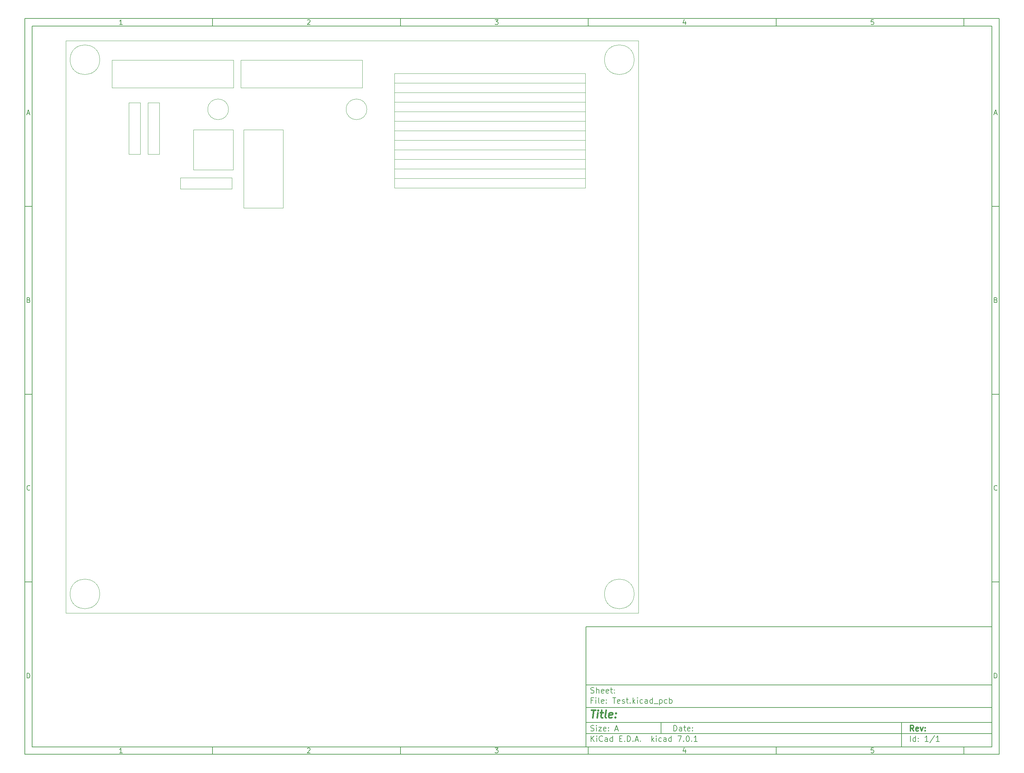
<source format=gbr>
%TF.GenerationSoftware,KiCad,Pcbnew,7.0.1*%
%TF.CreationDate,2023-03-26T09:27:21-05:00*%
%TF.ProjectId,Test,54657374-2e6b-4696-9361-645f70636258,rev?*%
%TF.SameCoordinates,Original*%
%TF.FileFunction,Other,User*%
%FSLAX46Y46*%
G04 Gerber Fmt 4.6, Leading zero omitted, Abs format (unit mm)*
G04 Created by KiCad (PCBNEW 7.0.1) date 2023-03-26 09:27:21*
%MOMM*%
%LPD*%
G01*
G04 APERTURE LIST*
%ADD10C,0.100000*%
%ADD11C,0.150000*%
%ADD12C,0.300000*%
%ADD13C,0.400000*%
%ADD14C,0.050000*%
%TA.AperFunction,Profile*%
%ADD15C,0.100000*%
%TD*%
G04 APERTURE END LIST*
D10*
D11*
X159400000Y-171900000D02*
X267400000Y-171900000D01*
X267400000Y-203900000D01*
X159400000Y-203900000D01*
X159400000Y-171900000D01*
D10*
D11*
X10000000Y-10000000D02*
X269400000Y-10000000D01*
X269400000Y-205900000D01*
X10000000Y-205900000D01*
X10000000Y-10000000D01*
D10*
D11*
X12000000Y-12000000D02*
X267400000Y-12000000D01*
X267400000Y-203900000D01*
X12000000Y-203900000D01*
X12000000Y-12000000D01*
D10*
D11*
X60000000Y-12000000D02*
X60000000Y-10000000D01*
D10*
D11*
X110000000Y-12000000D02*
X110000000Y-10000000D01*
D10*
D11*
X160000000Y-12000000D02*
X160000000Y-10000000D01*
D10*
D11*
X210000000Y-12000000D02*
X210000000Y-10000000D01*
D10*
D11*
X260000000Y-12000000D02*
X260000000Y-10000000D01*
D10*
D11*
X35990476Y-11601404D02*
X35247619Y-11601404D01*
X35619047Y-11601404D02*
X35619047Y-10301404D01*
X35619047Y-10301404D02*
X35495238Y-10487119D01*
X35495238Y-10487119D02*
X35371428Y-10610928D01*
X35371428Y-10610928D02*
X35247619Y-10672833D01*
D10*
D11*
X85247619Y-10425214D02*
X85309523Y-10363309D01*
X85309523Y-10363309D02*
X85433333Y-10301404D01*
X85433333Y-10301404D02*
X85742857Y-10301404D01*
X85742857Y-10301404D02*
X85866666Y-10363309D01*
X85866666Y-10363309D02*
X85928571Y-10425214D01*
X85928571Y-10425214D02*
X85990476Y-10549023D01*
X85990476Y-10549023D02*
X85990476Y-10672833D01*
X85990476Y-10672833D02*
X85928571Y-10858547D01*
X85928571Y-10858547D02*
X85185714Y-11601404D01*
X85185714Y-11601404D02*
X85990476Y-11601404D01*
D10*
D11*
X135185714Y-10301404D02*
X135990476Y-10301404D01*
X135990476Y-10301404D02*
X135557142Y-10796642D01*
X135557142Y-10796642D02*
X135742857Y-10796642D01*
X135742857Y-10796642D02*
X135866666Y-10858547D01*
X135866666Y-10858547D02*
X135928571Y-10920452D01*
X135928571Y-10920452D02*
X135990476Y-11044261D01*
X135990476Y-11044261D02*
X135990476Y-11353785D01*
X135990476Y-11353785D02*
X135928571Y-11477595D01*
X135928571Y-11477595D02*
X135866666Y-11539500D01*
X135866666Y-11539500D02*
X135742857Y-11601404D01*
X135742857Y-11601404D02*
X135371428Y-11601404D01*
X135371428Y-11601404D02*
X135247619Y-11539500D01*
X135247619Y-11539500D02*
X135185714Y-11477595D01*
D10*
D11*
X185866666Y-10734738D02*
X185866666Y-11601404D01*
X185557142Y-10239500D02*
X185247619Y-11168071D01*
X185247619Y-11168071D02*
X186052380Y-11168071D01*
D10*
D11*
X235928571Y-10301404D02*
X235309523Y-10301404D01*
X235309523Y-10301404D02*
X235247619Y-10920452D01*
X235247619Y-10920452D02*
X235309523Y-10858547D01*
X235309523Y-10858547D02*
X235433333Y-10796642D01*
X235433333Y-10796642D02*
X235742857Y-10796642D01*
X235742857Y-10796642D02*
X235866666Y-10858547D01*
X235866666Y-10858547D02*
X235928571Y-10920452D01*
X235928571Y-10920452D02*
X235990476Y-11044261D01*
X235990476Y-11044261D02*
X235990476Y-11353785D01*
X235990476Y-11353785D02*
X235928571Y-11477595D01*
X235928571Y-11477595D02*
X235866666Y-11539500D01*
X235866666Y-11539500D02*
X235742857Y-11601404D01*
X235742857Y-11601404D02*
X235433333Y-11601404D01*
X235433333Y-11601404D02*
X235309523Y-11539500D01*
X235309523Y-11539500D02*
X235247619Y-11477595D01*
D10*
D11*
X60000000Y-203900000D02*
X60000000Y-205900000D01*
D10*
D11*
X110000000Y-203900000D02*
X110000000Y-205900000D01*
D10*
D11*
X160000000Y-203900000D02*
X160000000Y-205900000D01*
D10*
D11*
X210000000Y-203900000D02*
X210000000Y-205900000D01*
D10*
D11*
X260000000Y-203900000D02*
X260000000Y-205900000D01*
D10*
D11*
X35990476Y-205501404D02*
X35247619Y-205501404D01*
X35619047Y-205501404D02*
X35619047Y-204201404D01*
X35619047Y-204201404D02*
X35495238Y-204387119D01*
X35495238Y-204387119D02*
X35371428Y-204510928D01*
X35371428Y-204510928D02*
X35247619Y-204572833D01*
D10*
D11*
X85247619Y-204325214D02*
X85309523Y-204263309D01*
X85309523Y-204263309D02*
X85433333Y-204201404D01*
X85433333Y-204201404D02*
X85742857Y-204201404D01*
X85742857Y-204201404D02*
X85866666Y-204263309D01*
X85866666Y-204263309D02*
X85928571Y-204325214D01*
X85928571Y-204325214D02*
X85990476Y-204449023D01*
X85990476Y-204449023D02*
X85990476Y-204572833D01*
X85990476Y-204572833D02*
X85928571Y-204758547D01*
X85928571Y-204758547D02*
X85185714Y-205501404D01*
X85185714Y-205501404D02*
X85990476Y-205501404D01*
D10*
D11*
X135185714Y-204201404D02*
X135990476Y-204201404D01*
X135990476Y-204201404D02*
X135557142Y-204696642D01*
X135557142Y-204696642D02*
X135742857Y-204696642D01*
X135742857Y-204696642D02*
X135866666Y-204758547D01*
X135866666Y-204758547D02*
X135928571Y-204820452D01*
X135928571Y-204820452D02*
X135990476Y-204944261D01*
X135990476Y-204944261D02*
X135990476Y-205253785D01*
X135990476Y-205253785D02*
X135928571Y-205377595D01*
X135928571Y-205377595D02*
X135866666Y-205439500D01*
X135866666Y-205439500D02*
X135742857Y-205501404D01*
X135742857Y-205501404D02*
X135371428Y-205501404D01*
X135371428Y-205501404D02*
X135247619Y-205439500D01*
X135247619Y-205439500D02*
X135185714Y-205377595D01*
D10*
D11*
X185866666Y-204634738D02*
X185866666Y-205501404D01*
X185557142Y-204139500D02*
X185247619Y-205068071D01*
X185247619Y-205068071D02*
X186052380Y-205068071D01*
D10*
D11*
X235928571Y-204201404D02*
X235309523Y-204201404D01*
X235309523Y-204201404D02*
X235247619Y-204820452D01*
X235247619Y-204820452D02*
X235309523Y-204758547D01*
X235309523Y-204758547D02*
X235433333Y-204696642D01*
X235433333Y-204696642D02*
X235742857Y-204696642D01*
X235742857Y-204696642D02*
X235866666Y-204758547D01*
X235866666Y-204758547D02*
X235928571Y-204820452D01*
X235928571Y-204820452D02*
X235990476Y-204944261D01*
X235990476Y-204944261D02*
X235990476Y-205253785D01*
X235990476Y-205253785D02*
X235928571Y-205377595D01*
X235928571Y-205377595D02*
X235866666Y-205439500D01*
X235866666Y-205439500D02*
X235742857Y-205501404D01*
X235742857Y-205501404D02*
X235433333Y-205501404D01*
X235433333Y-205501404D02*
X235309523Y-205439500D01*
X235309523Y-205439500D02*
X235247619Y-205377595D01*
D10*
D11*
X10000000Y-60000000D02*
X12000000Y-60000000D01*
D10*
D11*
X10000000Y-110000000D02*
X12000000Y-110000000D01*
D10*
D11*
X10000000Y-160000000D02*
X12000000Y-160000000D01*
D10*
D11*
X10690476Y-35229976D02*
X11309523Y-35229976D01*
X10566666Y-35601404D02*
X10999999Y-34301404D01*
X10999999Y-34301404D02*
X11433333Y-35601404D01*
D10*
D11*
X11092857Y-84920452D02*
X11278571Y-84982357D01*
X11278571Y-84982357D02*
X11340476Y-85044261D01*
X11340476Y-85044261D02*
X11402380Y-85168071D01*
X11402380Y-85168071D02*
X11402380Y-85353785D01*
X11402380Y-85353785D02*
X11340476Y-85477595D01*
X11340476Y-85477595D02*
X11278571Y-85539500D01*
X11278571Y-85539500D02*
X11154761Y-85601404D01*
X11154761Y-85601404D02*
X10659523Y-85601404D01*
X10659523Y-85601404D02*
X10659523Y-84301404D01*
X10659523Y-84301404D02*
X11092857Y-84301404D01*
X11092857Y-84301404D02*
X11216666Y-84363309D01*
X11216666Y-84363309D02*
X11278571Y-84425214D01*
X11278571Y-84425214D02*
X11340476Y-84549023D01*
X11340476Y-84549023D02*
X11340476Y-84672833D01*
X11340476Y-84672833D02*
X11278571Y-84796642D01*
X11278571Y-84796642D02*
X11216666Y-84858547D01*
X11216666Y-84858547D02*
X11092857Y-84920452D01*
X11092857Y-84920452D02*
X10659523Y-84920452D01*
D10*
D11*
X11402380Y-135477595D02*
X11340476Y-135539500D01*
X11340476Y-135539500D02*
X11154761Y-135601404D01*
X11154761Y-135601404D02*
X11030952Y-135601404D01*
X11030952Y-135601404D02*
X10845238Y-135539500D01*
X10845238Y-135539500D02*
X10721428Y-135415690D01*
X10721428Y-135415690D02*
X10659523Y-135291880D01*
X10659523Y-135291880D02*
X10597619Y-135044261D01*
X10597619Y-135044261D02*
X10597619Y-134858547D01*
X10597619Y-134858547D02*
X10659523Y-134610928D01*
X10659523Y-134610928D02*
X10721428Y-134487119D01*
X10721428Y-134487119D02*
X10845238Y-134363309D01*
X10845238Y-134363309D02*
X11030952Y-134301404D01*
X11030952Y-134301404D02*
X11154761Y-134301404D01*
X11154761Y-134301404D02*
X11340476Y-134363309D01*
X11340476Y-134363309D02*
X11402380Y-134425214D01*
D10*
D11*
X10659523Y-185601404D02*
X10659523Y-184301404D01*
X10659523Y-184301404D02*
X10969047Y-184301404D01*
X10969047Y-184301404D02*
X11154761Y-184363309D01*
X11154761Y-184363309D02*
X11278571Y-184487119D01*
X11278571Y-184487119D02*
X11340476Y-184610928D01*
X11340476Y-184610928D02*
X11402380Y-184858547D01*
X11402380Y-184858547D02*
X11402380Y-185044261D01*
X11402380Y-185044261D02*
X11340476Y-185291880D01*
X11340476Y-185291880D02*
X11278571Y-185415690D01*
X11278571Y-185415690D02*
X11154761Y-185539500D01*
X11154761Y-185539500D02*
X10969047Y-185601404D01*
X10969047Y-185601404D02*
X10659523Y-185601404D01*
D10*
D11*
X269400000Y-60000000D02*
X267400000Y-60000000D01*
D10*
D11*
X269400000Y-110000000D02*
X267400000Y-110000000D01*
D10*
D11*
X269400000Y-160000000D02*
X267400000Y-160000000D01*
D10*
D11*
X268090476Y-35229976D02*
X268709523Y-35229976D01*
X267966666Y-35601404D02*
X268399999Y-34301404D01*
X268399999Y-34301404D02*
X268833333Y-35601404D01*
D10*
D11*
X268492857Y-84920452D02*
X268678571Y-84982357D01*
X268678571Y-84982357D02*
X268740476Y-85044261D01*
X268740476Y-85044261D02*
X268802380Y-85168071D01*
X268802380Y-85168071D02*
X268802380Y-85353785D01*
X268802380Y-85353785D02*
X268740476Y-85477595D01*
X268740476Y-85477595D02*
X268678571Y-85539500D01*
X268678571Y-85539500D02*
X268554761Y-85601404D01*
X268554761Y-85601404D02*
X268059523Y-85601404D01*
X268059523Y-85601404D02*
X268059523Y-84301404D01*
X268059523Y-84301404D02*
X268492857Y-84301404D01*
X268492857Y-84301404D02*
X268616666Y-84363309D01*
X268616666Y-84363309D02*
X268678571Y-84425214D01*
X268678571Y-84425214D02*
X268740476Y-84549023D01*
X268740476Y-84549023D02*
X268740476Y-84672833D01*
X268740476Y-84672833D02*
X268678571Y-84796642D01*
X268678571Y-84796642D02*
X268616666Y-84858547D01*
X268616666Y-84858547D02*
X268492857Y-84920452D01*
X268492857Y-84920452D02*
X268059523Y-84920452D01*
D10*
D11*
X268802380Y-135477595D02*
X268740476Y-135539500D01*
X268740476Y-135539500D02*
X268554761Y-135601404D01*
X268554761Y-135601404D02*
X268430952Y-135601404D01*
X268430952Y-135601404D02*
X268245238Y-135539500D01*
X268245238Y-135539500D02*
X268121428Y-135415690D01*
X268121428Y-135415690D02*
X268059523Y-135291880D01*
X268059523Y-135291880D02*
X267997619Y-135044261D01*
X267997619Y-135044261D02*
X267997619Y-134858547D01*
X267997619Y-134858547D02*
X268059523Y-134610928D01*
X268059523Y-134610928D02*
X268121428Y-134487119D01*
X268121428Y-134487119D02*
X268245238Y-134363309D01*
X268245238Y-134363309D02*
X268430952Y-134301404D01*
X268430952Y-134301404D02*
X268554761Y-134301404D01*
X268554761Y-134301404D02*
X268740476Y-134363309D01*
X268740476Y-134363309D02*
X268802380Y-134425214D01*
D10*
D11*
X268059523Y-185601404D02*
X268059523Y-184301404D01*
X268059523Y-184301404D02*
X268369047Y-184301404D01*
X268369047Y-184301404D02*
X268554761Y-184363309D01*
X268554761Y-184363309D02*
X268678571Y-184487119D01*
X268678571Y-184487119D02*
X268740476Y-184610928D01*
X268740476Y-184610928D02*
X268802380Y-184858547D01*
X268802380Y-184858547D02*
X268802380Y-185044261D01*
X268802380Y-185044261D02*
X268740476Y-185291880D01*
X268740476Y-185291880D02*
X268678571Y-185415690D01*
X268678571Y-185415690D02*
X268554761Y-185539500D01*
X268554761Y-185539500D02*
X268369047Y-185601404D01*
X268369047Y-185601404D02*
X268059523Y-185601404D01*
D10*
D11*
X182757142Y-199693928D02*
X182757142Y-198193928D01*
X182757142Y-198193928D02*
X183114285Y-198193928D01*
X183114285Y-198193928D02*
X183328571Y-198265357D01*
X183328571Y-198265357D02*
X183471428Y-198408214D01*
X183471428Y-198408214D02*
X183542857Y-198551071D01*
X183542857Y-198551071D02*
X183614285Y-198836785D01*
X183614285Y-198836785D02*
X183614285Y-199051071D01*
X183614285Y-199051071D02*
X183542857Y-199336785D01*
X183542857Y-199336785D02*
X183471428Y-199479642D01*
X183471428Y-199479642D02*
X183328571Y-199622500D01*
X183328571Y-199622500D02*
X183114285Y-199693928D01*
X183114285Y-199693928D02*
X182757142Y-199693928D01*
X184900000Y-199693928D02*
X184900000Y-198908214D01*
X184900000Y-198908214D02*
X184828571Y-198765357D01*
X184828571Y-198765357D02*
X184685714Y-198693928D01*
X184685714Y-198693928D02*
X184400000Y-198693928D01*
X184400000Y-198693928D02*
X184257142Y-198765357D01*
X184900000Y-199622500D02*
X184757142Y-199693928D01*
X184757142Y-199693928D02*
X184400000Y-199693928D01*
X184400000Y-199693928D02*
X184257142Y-199622500D01*
X184257142Y-199622500D02*
X184185714Y-199479642D01*
X184185714Y-199479642D02*
X184185714Y-199336785D01*
X184185714Y-199336785D02*
X184257142Y-199193928D01*
X184257142Y-199193928D02*
X184400000Y-199122500D01*
X184400000Y-199122500D02*
X184757142Y-199122500D01*
X184757142Y-199122500D02*
X184900000Y-199051071D01*
X185400000Y-198693928D02*
X185971428Y-198693928D01*
X185614285Y-198193928D02*
X185614285Y-199479642D01*
X185614285Y-199479642D02*
X185685714Y-199622500D01*
X185685714Y-199622500D02*
X185828571Y-199693928D01*
X185828571Y-199693928D02*
X185971428Y-199693928D01*
X187042857Y-199622500D02*
X186900000Y-199693928D01*
X186900000Y-199693928D02*
X186614286Y-199693928D01*
X186614286Y-199693928D02*
X186471428Y-199622500D01*
X186471428Y-199622500D02*
X186400000Y-199479642D01*
X186400000Y-199479642D02*
X186400000Y-198908214D01*
X186400000Y-198908214D02*
X186471428Y-198765357D01*
X186471428Y-198765357D02*
X186614286Y-198693928D01*
X186614286Y-198693928D02*
X186900000Y-198693928D01*
X186900000Y-198693928D02*
X187042857Y-198765357D01*
X187042857Y-198765357D02*
X187114286Y-198908214D01*
X187114286Y-198908214D02*
X187114286Y-199051071D01*
X187114286Y-199051071D02*
X186400000Y-199193928D01*
X187757142Y-199551071D02*
X187828571Y-199622500D01*
X187828571Y-199622500D02*
X187757142Y-199693928D01*
X187757142Y-199693928D02*
X187685714Y-199622500D01*
X187685714Y-199622500D02*
X187757142Y-199551071D01*
X187757142Y-199551071D02*
X187757142Y-199693928D01*
X187757142Y-198765357D02*
X187828571Y-198836785D01*
X187828571Y-198836785D02*
X187757142Y-198908214D01*
X187757142Y-198908214D02*
X187685714Y-198836785D01*
X187685714Y-198836785D02*
X187757142Y-198765357D01*
X187757142Y-198765357D02*
X187757142Y-198908214D01*
D10*
D11*
X159400000Y-200400000D02*
X267400000Y-200400000D01*
D10*
D11*
X160757142Y-202493928D02*
X160757142Y-200993928D01*
X161614285Y-202493928D02*
X160971428Y-201636785D01*
X161614285Y-200993928D02*
X160757142Y-201851071D01*
X162257142Y-202493928D02*
X162257142Y-201493928D01*
X162257142Y-200993928D02*
X162185714Y-201065357D01*
X162185714Y-201065357D02*
X162257142Y-201136785D01*
X162257142Y-201136785D02*
X162328571Y-201065357D01*
X162328571Y-201065357D02*
X162257142Y-200993928D01*
X162257142Y-200993928D02*
X162257142Y-201136785D01*
X163828571Y-202351071D02*
X163757143Y-202422500D01*
X163757143Y-202422500D02*
X163542857Y-202493928D01*
X163542857Y-202493928D02*
X163400000Y-202493928D01*
X163400000Y-202493928D02*
X163185714Y-202422500D01*
X163185714Y-202422500D02*
X163042857Y-202279642D01*
X163042857Y-202279642D02*
X162971428Y-202136785D01*
X162971428Y-202136785D02*
X162900000Y-201851071D01*
X162900000Y-201851071D02*
X162900000Y-201636785D01*
X162900000Y-201636785D02*
X162971428Y-201351071D01*
X162971428Y-201351071D02*
X163042857Y-201208214D01*
X163042857Y-201208214D02*
X163185714Y-201065357D01*
X163185714Y-201065357D02*
X163400000Y-200993928D01*
X163400000Y-200993928D02*
X163542857Y-200993928D01*
X163542857Y-200993928D02*
X163757143Y-201065357D01*
X163757143Y-201065357D02*
X163828571Y-201136785D01*
X165114286Y-202493928D02*
X165114286Y-201708214D01*
X165114286Y-201708214D02*
X165042857Y-201565357D01*
X165042857Y-201565357D02*
X164900000Y-201493928D01*
X164900000Y-201493928D02*
X164614286Y-201493928D01*
X164614286Y-201493928D02*
X164471428Y-201565357D01*
X165114286Y-202422500D02*
X164971428Y-202493928D01*
X164971428Y-202493928D02*
X164614286Y-202493928D01*
X164614286Y-202493928D02*
X164471428Y-202422500D01*
X164471428Y-202422500D02*
X164400000Y-202279642D01*
X164400000Y-202279642D02*
X164400000Y-202136785D01*
X164400000Y-202136785D02*
X164471428Y-201993928D01*
X164471428Y-201993928D02*
X164614286Y-201922500D01*
X164614286Y-201922500D02*
X164971428Y-201922500D01*
X164971428Y-201922500D02*
X165114286Y-201851071D01*
X166471429Y-202493928D02*
X166471429Y-200993928D01*
X166471429Y-202422500D02*
X166328571Y-202493928D01*
X166328571Y-202493928D02*
X166042857Y-202493928D01*
X166042857Y-202493928D02*
X165900000Y-202422500D01*
X165900000Y-202422500D02*
X165828571Y-202351071D01*
X165828571Y-202351071D02*
X165757143Y-202208214D01*
X165757143Y-202208214D02*
X165757143Y-201779642D01*
X165757143Y-201779642D02*
X165828571Y-201636785D01*
X165828571Y-201636785D02*
X165900000Y-201565357D01*
X165900000Y-201565357D02*
X166042857Y-201493928D01*
X166042857Y-201493928D02*
X166328571Y-201493928D01*
X166328571Y-201493928D02*
X166471429Y-201565357D01*
X168328571Y-201708214D02*
X168828571Y-201708214D01*
X169042857Y-202493928D02*
X168328571Y-202493928D01*
X168328571Y-202493928D02*
X168328571Y-200993928D01*
X168328571Y-200993928D02*
X169042857Y-200993928D01*
X169685714Y-202351071D02*
X169757143Y-202422500D01*
X169757143Y-202422500D02*
X169685714Y-202493928D01*
X169685714Y-202493928D02*
X169614286Y-202422500D01*
X169614286Y-202422500D02*
X169685714Y-202351071D01*
X169685714Y-202351071D02*
X169685714Y-202493928D01*
X170400000Y-202493928D02*
X170400000Y-200993928D01*
X170400000Y-200993928D02*
X170757143Y-200993928D01*
X170757143Y-200993928D02*
X170971429Y-201065357D01*
X170971429Y-201065357D02*
X171114286Y-201208214D01*
X171114286Y-201208214D02*
X171185715Y-201351071D01*
X171185715Y-201351071D02*
X171257143Y-201636785D01*
X171257143Y-201636785D02*
X171257143Y-201851071D01*
X171257143Y-201851071D02*
X171185715Y-202136785D01*
X171185715Y-202136785D02*
X171114286Y-202279642D01*
X171114286Y-202279642D02*
X170971429Y-202422500D01*
X170971429Y-202422500D02*
X170757143Y-202493928D01*
X170757143Y-202493928D02*
X170400000Y-202493928D01*
X171900000Y-202351071D02*
X171971429Y-202422500D01*
X171971429Y-202422500D02*
X171900000Y-202493928D01*
X171900000Y-202493928D02*
X171828572Y-202422500D01*
X171828572Y-202422500D02*
X171900000Y-202351071D01*
X171900000Y-202351071D02*
X171900000Y-202493928D01*
X172542858Y-202065357D02*
X173257144Y-202065357D01*
X172400001Y-202493928D02*
X172900001Y-200993928D01*
X172900001Y-200993928D02*
X173400001Y-202493928D01*
X173900000Y-202351071D02*
X173971429Y-202422500D01*
X173971429Y-202422500D02*
X173900000Y-202493928D01*
X173900000Y-202493928D02*
X173828572Y-202422500D01*
X173828572Y-202422500D02*
X173900000Y-202351071D01*
X173900000Y-202351071D02*
X173900000Y-202493928D01*
X176900000Y-202493928D02*
X176900000Y-200993928D01*
X177042858Y-201922500D02*
X177471429Y-202493928D01*
X177471429Y-201493928D02*
X176900000Y-202065357D01*
X178114286Y-202493928D02*
X178114286Y-201493928D01*
X178114286Y-200993928D02*
X178042858Y-201065357D01*
X178042858Y-201065357D02*
X178114286Y-201136785D01*
X178114286Y-201136785D02*
X178185715Y-201065357D01*
X178185715Y-201065357D02*
X178114286Y-200993928D01*
X178114286Y-200993928D02*
X178114286Y-201136785D01*
X179471430Y-202422500D02*
X179328572Y-202493928D01*
X179328572Y-202493928D02*
X179042858Y-202493928D01*
X179042858Y-202493928D02*
X178900001Y-202422500D01*
X178900001Y-202422500D02*
X178828572Y-202351071D01*
X178828572Y-202351071D02*
X178757144Y-202208214D01*
X178757144Y-202208214D02*
X178757144Y-201779642D01*
X178757144Y-201779642D02*
X178828572Y-201636785D01*
X178828572Y-201636785D02*
X178900001Y-201565357D01*
X178900001Y-201565357D02*
X179042858Y-201493928D01*
X179042858Y-201493928D02*
X179328572Y-201493928D01*
X179328572Y-201493928D02*
X179471430Y-201565357D01*
X180757144Y-202493928D02*
X180757144Y-201708214D01*
X180757144Y-201708214D02*
X180685715Y-201565357D01*
X180685715Y-201565357D02*
X180542858Y-201493928D01*
X180542858Y-201493928D02*
X180257144Y-201493928D01*
X180257144Y-201493928D02*
X180114286Y-201565357D01*
X180757144Y-202422500D02*
X180614286Y-202493928D01*
X180614286Y-202493928D02*
X180257144Y-202493928D01*
X180257144Y-202493928D02*
X180114286Y-202422500D01*
X180114286Y-202422500D02*
X180042858Y-202279642D01*
X180042858Y-202279642D02*
X180042858Y-202136785D01*
X180042858Y-202136785D02*
X180114286Y-201993928D01*
X180114286Y-201993928D02*
X180257144Y-201922500D01*
X180257144Y-201922500D02*
X180614286Y-201922500D01*
X180614286Y-201922500D02*
X180757144Y-201851071D01*
X182114287Y-202493928D02*
X182114287Y-200993928D01*
X182114287Y-202422500D02*
X181971429Y-202493928D01*
X181971429Y-202493928D02*
X181685715Y-202493928D01*
X181685715Y-202493928D02*
X181542858Y-202422500D01*
X181542858Y-202422500D02*
X181471429Y-202351071D01*
X181471429Y-202351071D02*
X181400001Y-202208214D01*
X181400001Y-202208214D02*
X181400001Y-201779642D01*
X181400001Y-201779642D02*
X181471429Y-201636785D01*
X181471429Y-201636785D02*
X181542858Y-201565357D01*
X181542858Y-201565357D02*
X181685715Y-201493928D01*
X181685715Y-201493928D02*
X181971429Y-201493928D01*
X181971429Y-201493928D02*
X182114287Y-201565357D01*
X183828572Y-200993928D02*
X184828572Y-200993928D01*
X184828572Y-200993928D02*
X184185715Y-202493928D01*
X185400000Y-202351071D02*
X185471429Y-202422500D01*
X185471429Y-202422500D02*
X185400000Y-202493928D01*
X185400000Y-202493928D02*
X185328572Y-202422500D01*
X185328572Y-202422500D02*
X185400000Y-202351071D01*
X185400000Y-202351071D02*
X185400000Y-202493928D01*
X186400001Y-200993928D02*
X186542858Y-200993928D01*
X186542858Y-200993928D02*
X186685715Y-201065357D01*
X186685715Y-201065357D02*
X186757144Y-201136785D01*
X186757144Y-201136785D02*
X186828572Y-201279642D01*
X186828572Y-201279642D02*
X186900001Y-201565357D01*
X186900001Y-201565357D02*
X186900001Y-201922500D01*
X186900001Y-201922500D02*
X186828572Y-202208214D01*
X186828572Y-202208214D02*
X186757144Y-202351071D01*
X186757144Y-202351071D02*
X186685715Y-202422500D01*
X186685715Y-202422500D02*
X186542858Y-202493928D01*
X186542858Y-202493928D02*
X186400001Y-202493928D01*
X186400001Y-202493928D02*
X186257144Y-202422500D01*
X186257144Y-202422500D02*
X186185715Y-202351071D01*
X186185715Y-202351071D02*
X186114286Y-202208214D01*
X186114286Y-202208214D02*
X186042858Y-201922500D01*
X186042858Y-201922500D02*
X186042858Y-201565357D01*
X186042858Y-201565357D02*
X186114286Y-201279642D01*
X186114286Y-201279642D02*
X186185715Y-201136785D01*
X186185715Y-201136785D02*
X186257144Y-201065357D01*
X186257144Y-201065357D02*
X186400001Y-200993928D01*
X187542857Y-202351071D02*
X187614286Y-202422500D01*
X187614286Y-202422500D02*
X187542857Y-202493928D01*
X187542857Y-202493928D02*
X187471429Y-202422500D01*
X187471429Y-202422500D02*
X187542857Y-202351071D01*
X187542857Y-202351071D02*
X187542857Y-202493928D01*
X189042858Y-202493928D02*
X188185715Y-202493928D01*
X188614286Y-202493928D02*
X188614286Y-200993928D01*
X188614286Y-200993928D02*
X188471429Y-201208214D01*
X188471429Y-201208214D02*
X188328572Y-201351071D01*
X188328572Y-201351071D02*
X188185715Y-201422500D01*
D10*
D11*
X159400000Y-197400000D02*
X267400000Y-197400000D01*
D10*
D12*
X246614285Y-199693928D02*
X246114285Y-198979642D01*
X245757142Y-199693928D02*
X245757142Y-198193928D01*
X245757142Y-198193928D02*
X246328571Y-198193928D01*
X246328571Y-198193928D02*
X246471428Y-198265357D01*
X246471428Y-198265357D02*
X246542857Y-198336785D01*
X246542857Y-198336785D02*
X246614285Y-198479642D01*
X246614285Y-198479642D02*
X246614285Y-198693928D01*
X246614285Y-198693928D02*
X246542857Y-198836785D01*
X246542857Y-198836785D02*
X246471428Y-198908214D01*
X246471428Y-198908214D02*
X246328571Y-198979642D01*
X246328571Y-198979642D02*
X245757142Y-198979642D01*
X247828571Y-199622500D02*
X247685714Y-199693928D01*
X247685714Y-199693928D02*
X247400000Y-199693928D01*
X247400000Y-199693928D02*
X247257142Y-199622500D01*
X247257142Y-199622500D02*
X247185714Y-199479642D01*
X247185714Y-199479642D02*
X247185714Y-198908214D01*
X247185714Y-198908214D02*
X247257142Y-198765357D01*
X247257142Y-198765357D02*
X247400000Y-198693928D01*
X247400000Y-198693928D02*
X247685714Y-198693928D01*
X247685714Y-198693928D02*
X247828571Y-198765357D01*
X247828571Y-198765357D02*
X247900000Y-198908214D01*
X247900000Y-198908214D02*
X247900000Y-199051071D01*
X247900000Y-199051071D02*
X247185714Y-199193928D01*
X248399999Y-198693928D02*
X248757142Y-199693928D01*
X248757142Y-199693928D02*
X249114285Y-198693928D01*
X249685713Y-199551071D02*
X249757142Y-199622500D01*
X249757142Y-199622500D02*
X249685713Y-199693928D01*
X249685713Y-199693928D02*
X249614285Y-199622500D01*
X249614285Y-199622500D02*
X249685713Y-199551071D01*
X249685713Y-199551071D02*
X249685713Y-199693928D01*
X249685713Y-198765357D02*
X249757142Y-198836785D01*
X249757142Y-198836785D02*
X249685713Y-198908214D01*
X249685713Y-198908214D02*
X249614285Y-198836785D01*
X249614285Y-198836785D02*
X249685713Y-198765357D01*
X249685713Y-198765357D02*
X249685713Y-198908214D01*
D10*
D11*
X160685714Y-199622500D02*
X160900000Y-199693928D01*
X160900000Y-199693928D02*
X161257142Y-199693928D01*
X161257142Y-199693928D02*
X161400000Y-199622500D01*
X161400000Y-199622500D02*
X161471428Y-199551071D01*
X161471428Y-199551071D02*
X161542857Y-199408214D01*
X161542857Y-199408214D02*
X161542857Y-199265357D01*
X161542857Y-199265357D02*
X161471428Y-199122500D01*
X161471428Y-199122500D02*
X161400000Y-199051071D01*
X161400000Y-199051071D02*
X161257142Y-198979642D01*
X161257142Y-198979642D02*
X160971428Y-198908214D01*
X160971428Y-198908214D02*
X160828571Y-198836785D01*
X160828571Y-198836785D02*
X160757142Y-198765357D01*
X160757142Y-198765357D02*
X160685714Y-198622500D01*
X160685714Y-198622500D02*
X160685714Y-198479642D01*
X160685714Y-198479642D02*
X160757142Y-198336785D01*
X160757142Y-198336785D02*
X160828571Y-198265357D01*
X160828571Y-198265357D02*
X160971428Y-198193928D01*
X160971428Y-198193928D02*
X161328571Y-198193928D01*
X161328571Y-198193928D02*
X161542857Y-198265357D01*
X162185713Y-199693928D02*
X162185713Y-198693928D01*
X162185713Y-198193928D02*
X162114285Y-198265357D01*
X162114285Y-198265357D02*
X162185713Y-198336785D01*
X162185713Y-198336785D02*
X162257142Y-198265357D01*
X162257142Y-198265357D02*
X162185713Y-198193928D01*
X162185713Y-198193928D02*
X162185713Y-198336785D01*
X162757142Y-198693928D02*
X163542857Y-198693928D01*
X163542857Y-198693928D02*
X162757142Y-199693928D01*
X162757142Y-199693928D02*
X163542857Y-199693928D01*
X164685714Y-199622500D02*
X164542857Y-199693928D01*
X164542857Y-199693928D02*
X164257143Y-199693928D01*
X164257143Y-199693928D02*
X164114285Y-199622500D01*
X164114285Y-199622500D02*
X164042857Y-199479642D01*
X164042857Y-199479642D02*
X164042857Y-198908214D01*
X164042857Y-198908214D02*
X164114285Y-198765357D01*
X164114285Y-198765357D02*
X164257143Y-198693928D01*
X164257143Y-198693928D02*
X164542857Y-198693928D01*
X164542857Y-198693928D02*
X164685714Y-198765357D01*
X164685714Y-198765357D02*
X164757143Y-198908214D01*
X164757143Y-198908214D02*
X164757143Y-199051071D01*
X164757143Y-199051071D02*
X164042857Y-199193928D01*
X165399999Y-199551071D02*
X165471428Y-199622500D01*
X165471428Y-199622500D02*
X165399999Y-199693928D01*
X165399999Y-199693928D02*
X165328571Y-199622500D01*
X165328571Y-199622500D02*
X165399999Y-199551071D01*
X165399999Y-199551071D02*
X165399999Y-199693928D01*
X165399999Y-198765357D02*
X165471428Y-198836785D01*
X165471428Y-198836785D02*
X165399999Y-198908214D01*
X165399999Y-198908214D02*
X165328571Y-198836785D01*
X165328571Y-198836785D02*
X165399999Y-198765357D01*
X165399999Y-198765357D02*
X165399999Y-198908214D01*
X167185714Y-199265357D02*
X167900000Y-199265357D01*
X167042857Y-199693928D02*
X167542857Y-198193928D01*
X167542857Y-198193928D02*
X168042857Y-199693928D01*
D10*
D11*
X245757142Y-202493928D02*
X245757142Y-200993928D01*
X247114286Y-202493928D02*
X247114286Y-200993928D01*
X247114286Y-202422500D02*
X246971428Y-202493928D01*
X246971428Y-202493928D02*
X246685714Y-202493928D01*
X246685714Y-202493928D02*
X246542857Y-202422500D01*
X246542857Y-202422500D02*
X246471428Y-202351071D01*
X246471428Y-202351071D02*
X246400000Y-202208214D01*
X246400000Y-202208214D02*
X246400000Y-201779642D01*
X246400000Y-201779642D02*
X246471428Y-201636785D01*
X246471428Y-201636785D02*
X246542857Y-201565357D01*
X246542857Y-201565357D02*
X246685714Y-201493928D01*
X246685714Y-201493928D02*
X246971428Y-201493928D01*
X246971428Y-201493928D02*
X247114286Y-201565357D01*
X247828571Y-202351071D02*
X247900000Y-202422500D01*
X247900000Y-202422500D02*
X247828571Y-202493928D01*
X247828571Y-202493928D02*
X247757143Y-202422500D01*
X247757143Y-202422500D02*
X247828571Y-202351071D01*
X247828571Y-202351071D02*
X247828571Y-202493928D01*
X247828571Y-201565357D02*
X247900000Y-201636785D01*
X247900000Y-201636785D02*
X247828571Y-201708214D01*
X247828571Y-201708214D02*
X247757143Y-201636785D01*
X247757143Y-201636785D02*
X247828571Y-201565357D01*
X247828571Y-201565357D02*
X247828571Y-201708214D01*
X250471429Y-202493928D02*
X249614286Y-202493928D01*
X250042857Y-202493928D02*
X250042857Y-200993928D01*
X250042857Y-200993928D02*
X249900000Y-201208214D01*
X249900000Y-201208214D02*
X249757143Y-201351071D01*
X249757143Y-201351071D02*
X249614286Y-201422500D01*
X252185714Y-200922500D02*
X250900000Y-202851071D01*
X253471429Y-202493928D02*
X252614286Y-202493928D01*
X253042857Y-202493928D02*
X253042857Y-200993928D01*
X253042857Y-200993928D02*
X252900000Y-201208214D01*
X252900000Y-201208214D02*
X252757143Y-201351071D01*
X252757143Y-201351071D02*
X252614286Y-201422500D01*
D10*
D11*
X159400000Y-193400000D02*
X267400000Y-193400000D01*
D10*
D13*
X160828571Y-194125238D02*
X161971428Y-194125238D01*
X161150000Y-196125238D02*
X161400000Y-194125238D01*
X162376190Y-196125238D02*
X162542857Y-194791904D01*
X162626190Y-194125238D02*
X162519047Y-194220476D01*
X162519047Y-194220476D02*
X162602381Y-194315714D01*
X162602381Y-194315714D02*
X162709524Y-194220476D01*
X162709524Y-194220476D02*
X162626190Y-194125238D01*
X162626190Y-194125238D02*
X162602381Y-194315714D01*
X163197619Y-194791904D02*
X163959523Y-194791904D01*
X163566666Y-194125238D02*
X163352381Y-195839523D01*
X163352381Y-195839523D02*
X163423809Y-196030000D01*
X163423809Y-196030000D02*
X163602381Y-196125238D01*
X163602381Y-196125238D02*
X163792857Y-196125238D01*
X164733333Y-196125238D02*
X164554761Y-196030000D01*
X164554761Y-196030000D02*
X164483333Y-195839523D01*
X164483333Y-195839523D02*
X164697618Y-194125238D01*
X166257142Y-196030000D02*
X166054761Y-196125238D01*
X166054761Y-196125238D02*
X165673808Y-196125238D01*
X165673808Y-196125238D02*
X165495237Y-196030000D01*
X165495237Y-196030000D02*
X165423808Y-195839523D01*
X165423808Y-195839523D02*
X165519047Y-195077619D01*
X165519047Y-195077619D02*
X165638094Y-194887142D01*
X165638094Y-194887142D02*
X165840475Y-194791904D01*
X165840475Y-194791904D02*
X166221427Y-194791904D01*
X166221427Y-194791904D02*
X166399999Y-194887142D01*
X166399999Y-194887142D02*
X166471427Y-195077619D01*
X166471427Y-195077619D02*
X166447618Y-195268095D01*
X166447618Y-195268095D02*
X165471427Y-195458571D01*
X167209523Y-195934761D02*
X167292856Y-196030000D01*
X167292856Y-196030000D02*
X167185713Y-196125238D01*
X167185713Y-196125238D02*
X167102380Y-196030000D01*
X167102380Y-196030000D02*
X167209523Y-195934761D01*
X167209523Y-195934761D02*
X167185713Y-196125238D01*
X167340475Y-194887142D02*
X167423808Y-194982380D01*
X167423808Y-194982380D02*
X167316666Y-195077619D01*
X167316666Y-195077619D02*
X167233332Y-194982380D01*
X167233332Y-194982380D02*
X167340475Y-194887142D01*
X167340475Y-194887142D02*
X167316666Y-195077619D01*
D10*
D11*
X161257142Y-191508214D02*
X160757142Y-191508214D01*
X160757142Y-192293928D02*
X160757142Y-190793928D01*
X160757142Y-190793928D02*
X161471428Y-190793928D01*
X162042856Y-192293928D02*
X162042856Y-191293928D01*
X162042856Y-190793928D02*
X161971428Y-190865357D01*
X161971428Y-190865357D02*
X162042856Y-190936785D01*
X162042856Y-190936785D02*
X162114285Y-190865357D01*
X162114285Y-190865357D02*
X162042856Y-190793928D01*
X162042856Y-190793928D02*
X162042856Y-190936785D01*
X162971428Y-192293928D02*
X162828571Y-192222500D01*
X162828571Y-192222500D02*
X162757142Y-192079642D01*
X162757142Y-192079642D02*
X162757142Y-190793928D01*
X164114285Y-192222500D02*
X163971428Y-192293928D01*
X163971428Y-192293928D02*
X163685714Y-192293928D01*
X163685714Y-192293928D02*
X163542856Y-192222500D01*
X163542856Y-192222500D02*
X163471428Y-192079642D01*
X163471428Y-192079642D02*
X163471428Y-191508214D01*
X163471428Y-191508214D02*
X163542856Y-191365357D01*
X163542856Y-191365357D02*
X163685714Y-191293928D01*
X163685714Y-191293928D02*
X163971428Y-191293928D01*
X163971428Y-191293928D02*
X164114285Y-191365357D01*
X164114285Y-191365357D02*
X164185714Y-191508214D01*
X164185714Y-191508214D02*
X164185714Y-191651071D01*
X164185714Y-191651071D02*
X163471428Y-191793928D01*
X164828570Y-192151071D02*
X164899999Y-192222500D01*
X164899999Y-192222500D02*
X164828570Y-192293928D01*
X164828570Y-192293928D02*
X164757142Y-192222500D01*
X164757142Y-192222500D02*
X164828570Y-192151071D01*
X164828570Y-192151071D02*
X164828570Y-192293928D01*
X164828570Y-191365357D02*
X164899999Y-191436785D01*
X164899999Y-191436785D02*
X164828570Y-191508214D01*
X164828570Y-191508214D02*
X164757142Y-191436785D01*
X164757142Y-191436785D02*
X164828570Y-191365357D01*
X164828570Y-191365357D02*
X164828570Y-191508214D01*
X166471428Y-190793928D02*
X167328571Y-190793928D01*
X166899999Y-192293928D02*
X166899999Y-190793928D01*
X168399999Y-192222500D02*
X168257142Y-192293928D01*
X168257142Y-192293928D02*
X167971428Y-192293928D01*
X167971428Y-192293928D02*
X167828570Y-192222500D01*
X167828570Y-192222500D02*
X167757142Y-192079642D01*
X167757142Y-192079642D02*
X167757142Y-191508214D01*
X167757142Y-191508214D02*
X167828570Y-191365357D01*
X167828570Y-191365357D02*
X167971428Y-191293928D01*
X167971428Y-191293928D02*
X168257142Y-191293928D01*
X168257142Y-191293928D02*
X168399999Y-191365357D01*
X168399999Y-191365357D02*
X168471428Y-191508214D01*
X168471428Y-191508214D02*
X168471428Y-191651071D01*
X168471428Y-191651071D02*
X167757142Y-191793928D01*
X169042856Y-192222500D02*
X169185713Y-192293928D01*
X169185713Y-192293928D02*
X169471427Y-192293928D01*
X169471427Y-192293928D02*
X169614284Y-192222500D01*
X169614284Y-192222500D02*
X169685713Y-192079642D01*
X169685713Y-192079642D02*
X169685713Y-192008214D01*
X169685713Y-192008214D02*
X169614284Y-191865357D01*
X169614284Y-191865357D02*
X169471427Y-191793928D01*
X169471427Y-191793928D02*
X169257142Y-191793928D01*
X169257142Y-191793928D02*
X169114284Y-191722500D01*
X169114284Y-191722500D02*
X169042856Y-191579642D01*
X169042856Y-191579642D02*
X169042856Y-191508214D01*
X169042856Y-191508214D02*
X169114284Y-191365357D01*
X169114284Y-191365357D02*
X169257142Y-191293928D01*
X169257142Y-191293928D02*
X169471427Y-191293928D01*
X169471427Y-191293928D02*
X169614284Y-191365357D01*
X170114285Y-191293928D02*
X170685713Y-191293928D01*
X170328570Y-190793928D02*
X170328570Y-192079642D01*
X170328570Y-192079642D02*
X170399999Y-192222500D01*
X170399999Y-192222500D02*
X170542856Y-192293928D01*
X170542856Y-192293928D02*
X170685713Y-192293928D01*
X171185713Y-192151071D02*
X171257142Y-192222500D01*
X171257142Y-192222500D02*
X171185713Y-192293928D01*
X171185713Y-192293928D02*
X171114285Y-192222500D01*
X171114285Y-192222500D02*
X171185713Y-192151071D01*
X171185713Y-192151071D02*
X171185713Y-192293928D01*
X171899999Y-192293928D02*
X171899999Y-190793928D01*
X172042857Y-191722500D02*
X172471428Y-192293928D01*
X172471428Y-191293928D02*
X171899999Y-191865357D01*
X173114285Y-192293928D02*
X173114285Y-191293928D01*
X173114285Y-190793928D02*
X173042857Y-190865357D01*
X173042857Y-190865357D02*
X173114285Y-190936785D01*
X173114285Y-190936785D02*
X173185714Y-190865357D01*
X173185714Y-190865357D02*
X173114285Y-190793928D01*
X173114285Y-190793928D02*
X173114285Y-190936785D01*
X174471429Y-192222500D02*
X174328571Y-192293928D01*
X174328571Y-192293928D02*
X174042857Y-192293928D01*
X174042857Y-192293928D02*
X173900000Y-192222500D01*
X173900000Y-192222500D02*
X173828571Y-192151071D01*
X173828571Y-192151071D02*
X173757143Y-192008214D01*
X173757143Y-192008214D02*
X173757143Y-191579642D01*
X173757143Y-191579642D02*
X173828571Y-191436785D01*
X173828571Y-191436785D02*
X173900000Y-191365357D01*
X173900000Y-191365357D02*
X174042857Y-191293928D01*
X174042857Y-191293928D02*
X174328571Y-191293928D01*
X174328571Y-191293928D02*
X174471429Y-191365357D01*
X175757143Y-192293928D02*
X175757143Y-191508214D01*
X175757143Y-191508214D02*
X175685714Y-191365357D01*
X175685714Y-191365357D02*
X175542857Y-191293928D01*
X175542857Y-191293928D02*
X175257143Y-191293928D01*
X175257143Y-191293928D02*
X175114285Y-191365357D01*
X175757143Y-192222500D02*
X175614285Y-192293928D01*
X175614285Y-192293928D02*
X175257143Y-192293928D01*
X175257143Y-192293928D02*
X175114285Y-192222500D01*
X175114285Y-192222500D02*
X175042857Y-192079642D01*
X175042857Y-192079642D02*
X175042857Y-191936785D01*
X175042857Y-191936785D02*
X175114285Y-191793928D01*
X175114285Y-191793928D02*
X175257143Y-191722500D01*
X175257143Y-191722500D02*
X175614285Y-191722500D01*
X175614285Y-191722500D02*
X175757143Y-191651071D01*
X177114286Y-192293928D02*
X177114286Y-190793928D01*
X177114286Y-192222500D02*
X176971428Y-192293928D01*
X176971428Y-192293928D02*
X176685714Y-192293928D01*
X176685714Y-192293928D02*
X176542857Y-192222500D01*
X176542857Y-192222500D02*
X176471428Y-192151071D01*
X176471428Y-192151071D02*
X176400000Y-192008214D01*
X176400000Y-192008214D02*
X176400000Y-191579642D01*
X176400000Y-191579642D02*
X176471428Y-191436785D01*
X176471428Y-191436785D02*
X176542857Y-191365357D01*
X176542857Y-191365357D02*
X176685714Y-191293928D01*
X176685714Y-191293928D02*
X176971428Y-191293928D01*
X176971428Y-191293928D02*
X177114286Y-191365357D01*
X177471429Y-192436785D02*
X178614286Y-192436785D01*
X178971428Y-191293928D02*
X178971428Y-192793928D01*
X178971428Y-191365357D02*
X179114286Y-191293928D01*
X179114286Y-191293928D02*
X179400000Y-191293928D01*
X179400000Y-191293928D02*
X179542857Y-191365357D01*
X179542857Y-191365357D02*
X179614286Y-191436785D01*
X179614286Y-191436785D02*
X179685714Y-191579642D01*
X179685714Y-191579642D02*
X179685714Y-192008214D01*
X179685714Y-192008214D02*
X179614286Y-192151071D01*
X179614286Y-192151071D02*
X179542857Y-192222500D01*
X179542857Y-192222500D02*
X179400000Y-192293928D01*
X179400000Y-192293928D02*
X179114286Y-192293928D01*
X179114286Y-192293928D02*
X178971428Y-192222500D01*
X180971429Y-192222500D02*
X180828571Y-192293928D01*
X180828571Y-192293928D02*
X180542857Y-192293928D01*
X180542857Y-192293928D02*
X180400000Y-192222500D01*
X180400000Y-192222500D02*
X180328571Y-192151071D01*
X180328571Y-192151071D02*
X180257143Y-192008214D01*
X180257143Y-192008214D02*
X180257143Y-191579642D01*
X180257143Y-191579642D02*
X180328571Y-191436785D01*
X180328571Y-191436785D02*
X180400000Y-191365357D01*
X180400000Y-191365357D02*
X180542857Y-191293928D01*
X180542857Y-191293928D02*
X180828571Y-191293928D01*
X180828571Y-191293928D02*
X180971429Y-191365357D01*
X181614285Y-192293928D02*
X181614285Y-190793928D01*
X181614285Y-191365357D02*
X181757143Y-191293928D01*
X181757143Y-191293928D02*
X182042857Y-191293928D01*
X182042857Y-191293928D02*
X182185714Y-191365357D01*
X182185714Y-191365357D02*
X182257143Y-191436785D01*
X182257143Y-191436785D02*
X182328571Y-191579642D01*
X182328571Y-191579642D02*
X182328571Y-192008214D01*
X182328571Y-192008214D02*
X182257143Y-192151071D01*
X182257143Y-192151071D02*
X182185714Y-192222500D01*
X182185714Y-192222500D02*
X182042857Y-192293928D01*
X182042857Y-192293928D02*
X181757143Y-192293928D01*
X181757143Y-192293928D02*
X181614285Y-192222500D01*
D10*
D11*
X159400000Y-187400000D02*
X267400000Y-187400000D01*
D10*
D11*
X160685714Y-189522500D02*
X160900000Y-189593928D01*
X160900000Y-189593928D02*
X161257142Y-189593928D01*
X161257142Y-189593928D02*
X161400000Y-189522500D01*
X161400000Y-189522500D02*
X161471428Y-189451071D01*
X161471428Y-189451071D02*
X161542857Y-189308214D01*
X161542857Y-189308214D02*
X161542857Y-189165357D01*
X161542857Y-189165357D02*
X161471428Y-189022500D01*
X161471428Y-189022500D02*
X161400000Y-188951071D01*
X161400000Y-188951071D02*
X161257142Y-188879642D01*
X161257142Y-188879642D02*
X160971428Y-188808214D01*
X160971428Y-188808214D02*
X160828571Y-188736785D01*
X160828571Y-188736785D02*
X160757142Y-188665357D01*
X160757142Y-188665357D02*
X160685714Y-188522500D01*
X160685714Y-188522500D02*
X160685714Y-188379642D01*
X160685714Y-188379642D02*
X160757142Y-188236785D01*
X160757142Y-188236785D02*
X160828571Y-188165357D01*
X160828571Y-188165357D02*
X160971428Y-188093928D01*
X160971428Y-188093928D02*
X161328571Y-188093928D01*
X161328571Y-188093928D02*
X161542857Y-188165357D01*
X162185713Y-189593928D02*
X162185713Y-188093928D01*
X162828571Y-189593928D02*
X162828571Y-188808214D01*
X162828571Y-188808214D02*
X162757142Y-188665357D01*
X162757142Y-188665357D02*
X162614285Y-188593928D01*
X162614285Y-188593928D02*
X162399999Y-188593928D01*
X162399999Y-188593928D02*
X162257142Y-188665357D01*
X162257142Y-188665357D02*
X162185713Y-188736785D01*
X164114285Y-189522500D02*
X163971428Y-189593928D01*
X163971428Y-189593928D02*
X163685714Y-189593928D01*
X163685714Y-189593928D02*
X163542856Y-189522500D01*
X163542856Y-189522500D02*
X163471428Y-189379642D01*
X163471428Y-189379642D02*
X163471428Y-188808214D01*
X163471428Y-188808214D02*
X163542856Y-188665357D01*
X163542856Y-188665357D02*
X163685714Y-188593928D01*
X163685714Y-188593928D02*
X163971428Y-188593928D01*
X163971428Y-188593928D02*
X164114285Y-188665357D01*
X164114285Y-188665357D02*
X164185714Y-188808214D01*
X164185714Y-188808214D02*
X164185714Y-188951071D01*
X164185714Y-188951071D02*
X163471428Y-189093928D01*
X165399999Y-189522500D02*
X165257142Y-189593928D01*
X165257142Y-189593928D02*
X164971428Y-189593928D01*
X164971428Y-189593928D02*
X164828570Y-189522500D01*
X164828570Y-189522500D02*
X164757142Y-189379642D01*
X164757142Y-189379642D02*
X164757142Y-188808214D01*
X164757142Y-188808214D02*
X164828570Y-188665357D01*
X164828570Y-188665357D02*
X164971428Y-188593928D01*
X164971428Y-188593928D02*
X165257142Y-188593928D01*
X165257142Y-188593928D02*
X165399999Y-188665357D01*
X165399999Y-188665357D02*
X165471428Y-188808214D01*
X165471428Y-188808214D02*
X165471428Y-188951071D01*
X165471428Y-188951071D02*
X164757142Y-189093928D01*
X165899999Y-188593928D02*
X166471427Y-188593928D01*
X166114284Y-188093928D02*
X166114284Y-189379642D01*
X166114284Y-189379642D02*
X166185713Y-189522500D01*
X166185713Y-189522500D02*
X166328570Y-189593928D01*
X166328570Y-189593928D02*
X166471427Y-189593928D01*
X166971427Y-189451071D02*
X167042856Y-189522500D01*
X167042856Y-189522500D02*
X166971427Y-189593928D01*
X166971427Y-189593928D02*
X166899999Y-189522500D01*
X166899999Y-189522500D02*
X166971427Y-189451071D01*
X166971427Y-189451071D02*
X166971427Y-189593928D01*
X166971427Y-188665357D02*
X167042856Y-188736785D01*
X167042856Y-188736785D02*
X166971427Y-188808214D01*
X166971427Y-188808214D02*
X166899999Y-188736785D01*
X166899999Y-188736785D02*
X166971427Y-188665357D01*
X166971427Y-188665357D02*
X166971427Y-188808214D01*
D10*
D12*
D10*
D11*
D10*
D11*
D10*
D11*
D10*
D11*
D10*
D11*
X179400000Y-197400000D02*
X179400000Y-200400000D01*
D10*
D11*
X243400000Y-197400000D02*
X243400000Y-203900000D01*
D14*
%TO.C,U1*%
X54938000Y-39598000D02*
X54938000Y-50298000D01*
X54938000Y-50298000D02*
X65488000Y-50298000D01*
X65488000Y-39598000D02*
X54938000Y-39598000D01*
X65488000Y-50298000D02*
X65488000Y-39598000D01*
%TO.C,J13*%
X108458000Y-52578000D02*
X159258000Y-52578000D01*
X108458000Y-55118000D02*
X108458000Y-52578000D01*
X159258000Y-52578000D02*
X159258000Y-55118000D01*
X159258000Y-55118000D02*
X108458000Y-55118000D01*
%TO.C,MT3*%
X29985000Y-163195000D02*
G75*
G03*
X29985000Y-163195000I-3950000J0D01*
G01*
%TO.C,J2*%
X67508000Y-21023000D02*
X99878000Y-21023000D01*
X67508000Y-28423000D02*
X67508000Y-21023000D01*
X99878000Y-21023000D02*
X99878000Y-28423000D01*
X99878000Y-28423000D02*
X67508000Y-28423000D01*
%TO.C,J7*%
X108458000Y-47498000D02*
X159258000Y-47498000D01*
X108458000Y-50038000D02*
X108458000Y-47498000D01*
X159258000Y-47498000D02*
X159258000Y-50038000D01*
X159258000Y-50038000D02*
X108458000Y-50038000D01*
%TO.C,J8*%
X108458000Y-44958000D02*
X159258000Y-44958000D01*
X108458000Y-47498000D02*
X108458000Y-44958000D01*
X159258000Y-44958000D02*
X159258000Y-47498000D01*
X159258000Y-47498000D02*
X108458000Y-47498000D01*
%TO.C,J1*%
X33218000Y-21023000D02*
X65588000Y-21023000D01*
X33218000Y-28423000D02*
X33218000Y-21023000D01*
X65588000Y-21023000D02*
X65588000Y-28423000D01*
X65588000Y-28423000D02*
X33218000Y-28423000D01*
%TO.C,MT1*%
X29985000Y-20955000D02*
G75*
G03*
X29985000Y-20955000I-3950000J0D01*
G01*
%TO.C,U2*%
X68273000Y-39598000D02*
X68273000Y-60448000D01*
X68273000Y-60448000D02*
X78823000Y-60448000D01*
X78823000Y-39598000D02*
X68273000Y-39598000D01*
X78823000Y-60448000D02*
X78823000Y-39598000D01*
%TO.C,J5*%
X108458000Y-27178000D02*
X159258000Y-27178000D01*
X108458000Y-29718000D02*
X108458000Y-27178000D01*
X159258000Y-27178000D02*
X159258000Y-29718000D01*
X159258000Y-29718000D02*
X108458000Y-29718000D01*
%TO.C,J14*%
X108458000Y-50038000D02*
X159258000Y-50038000D01*
X108458000Y-52578000D02*
X108458000Y-50038000D01*
X159258000Y-50038000D02*
X159258000Y-52578000D01*
X159258000Y-52578000D02*
X108458000Y-52578000D01*
%TO.C,J3*%
X108458000Y-32258000D02*
X159258000Y-32258000D01*
X108458000Y-34798000D02*
X108458000Y-32258000D01*
X159258000Y-32258000D02*
X159258000Y-34798000D01*
X159258000Y-34798000D02*
X108458000Y-34798000D01*
%TO.C,R2*%
X37743000Y-46101000D02*
X40743000Y-46101000D01*
X40743000Y-46101000D02*
X40743000Y-32385000D01*
X37743000Y-32385000D02*
X37743000Y-46101000D01*
X40743000Y-32385000D02*
X37743000Y-32385000D01*
%TO.C,J12*%
X108458000Y-34798000D02*
X159258000Y-34798000D01*
X108458000Y-37338000D02*
X108458000Y-34798000D01*
X159258000Y-34798000D02*
X159258000Y-37338000D01*
X159258000Y-37338000D02*
X108458000Y-37338000D01*
%TO.C,J10*%
X108458000Y-39878000D02*
X159258000Y-39878000D01*
X108458000Y-42418000D02*
X108458000Y-39878000D01*
X159258000Y-39878000D02*
X159258000Y-42418000D01*
X159258000Y-42418000D02*
X108458000Y-42418000D01*
%TO.C,J4*%
X108458000Y-29718000D02*
X159258000Y-29718000D01*
X108458000Y-32258000D02*
X108458000Y-29718000D01*
X159258000Y-29718000D02*
X159258000Y-32258000D01*
X159258000Y-32258000D02*
X108458000Y-32258000D01*
%TO.C,R3*%
X65151000Y-55348000D02*
X65151000Y-52348000D01*
X65151000Y-52348000D02*
X51435000Y-52348000D01*
X51435000Y-55348000D02*
X65151000Y-55348000D01*
X51435000Y-52348000D02*
X51435000Y-55348000D01*
%TO.C,C2*%
X101068000Y-34163000D02*
G75*
G03*
X101068000Y-34163000I-2750000J0D01*
G01*
%TO.C,J9*%
X108458000Y-42418000D02*
X159258000Y-42418000D01*
X108458000Y-44958000D02*
X108458000Y-42418000D01*
X159258000Y-42418000D02*
X159258000Y-44958000D01*
X159258000Y-44958000D02*
X108458000Y-44958000D01*
%TO.C,R1*%
X45823000Y-32385000D02*
X42823000Y-32385000D01*
X42823000Y-32385000D02*
X42823000Y-46101000D01*
X45823000Y-46101000D02*
X45823000Y-32385000D01*
X42823000Y-46101000D02*
X45823000Y-46101000D01*
%TO.C,MT4*%
X172225000Y-163195000D02*
G75*
G03*
X172225000Y-163195000I-3950000J0D01*
G01*
%TO.C,C1*%
X64238000Y-34163000D02*
G75*
G03*
X64238000Y-34163000I-2750000J0D01*
G01*
%TO.C,J11*%
X108458000Y-37338000D02*
X159258000Y-37338000D01*
X108458000Y-39878000D02*
X108458000Y-37338000D01*
X159258000Y-37338000D02*
X159258000Y-39878000D01*
X159258000Y-39878000D02*
X108458000Y-39878000D01*
%TO.C,MT2*%
X172225000Y-20955000D02*
G75*
G03*
X172225000Y-20955000I-3950000J0D01*
G01*
%TO.C,J6*%
X108458000Y-24638000D02*
X159258000Y-24638000D01*
X108458000Y-27178000D02*
X108458000Y-24638000D01*
X159258000Y-24638000D02*
X159258000Y-27178000D01*
X159258000Y-27178000D02*
X108458000Y-27178000D01*
%TD*%
D15*
X20955000Y-15875000D02*
X173355000Y-15875000D01*
X173355000Y-168275000D01*
X20955000Y-168275000D01*
X20955000Y-15875000D01*
M02*

</source>
